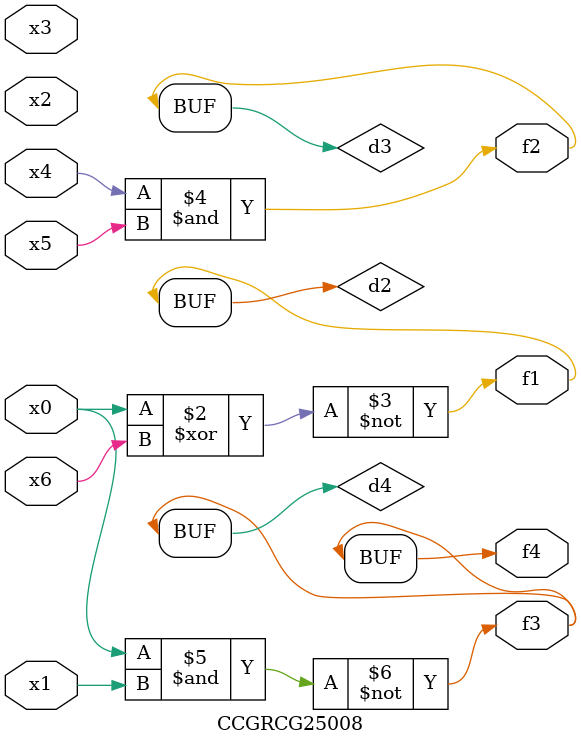
<source format=v>
module CCGRCG25008(
	input x0, x1, x2, x3, x4, x5, x6,
	output f1, f2, f3, f4
);

	wire d1, d2, d3, d4;

	nor (d1, x0);
	xnor (d2, x0, x6);
	and (d3, x4, x5);
	nand (d4, x0, x1);
	assign f1 = d2;
	assign f2 = d3;
	assign f3 = d4;
	assign f4 = d4;
endmodule

</source>
